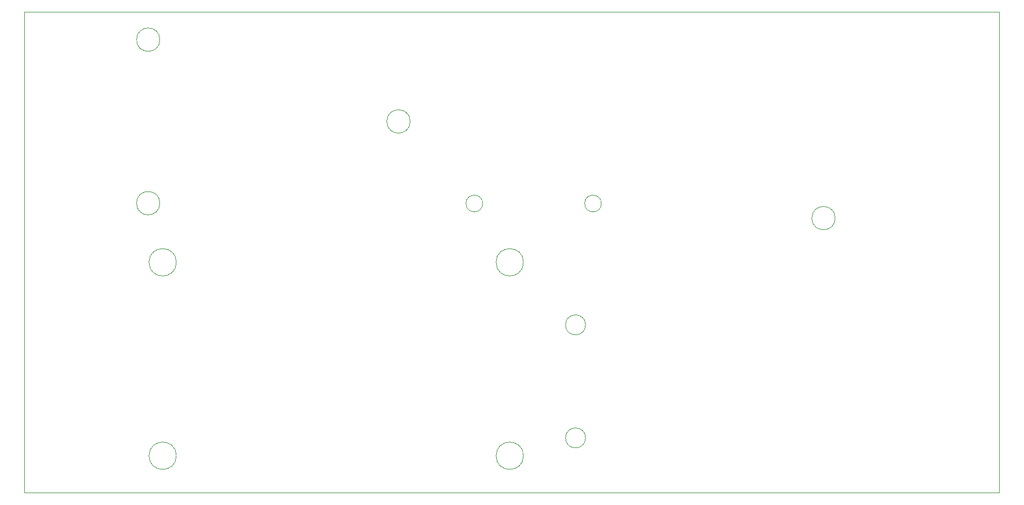
<source format=gm1>
G04 #@! TF.GenerationSoftware,KiCad,Pcbnew,8.0.3*
G04 #@! TF.CreationDate,2024-07-05T00:01:19-04:00*
G04 #@! TF.ProjectId,rrc_pcb2,7272635f-7063-4623-922e-6b696361645f,3*
G04 #@! TF.SameCoordinates,Original*
G04 #@! TF.FileFunction,Profile,NP*
%FSLAX46Y46*%
G04 Gerber Fmt 4.6, Leading zero omitted, Abs format (unit mm)*
G04 Created by KiCad (PCBNEW 8.0.3) date 2024-07-05 00:01:19*
%MOMM*%
%LPD*%
G01*
G04 APERTURE LIST*
G04 #@! TA.AperFunction,Profile*
%ADD10C,0.050000*%
G04 #@! TD*
G04 #@! TA.AperFunction,Profile*
%ADD11C,0.100000*%
G04 #@! TD*
G04 APERTURE END LIST*
D10*
X41910000Y-20656715D02*
X187960000Y-20656715D01*
X187960000Y-92710000D01*
X41910000Y-92710000D01*
X41910000Y-20656715D01*
D11*
X163356788Y-51536574D02*
G75*
G02*
X159856788Y-51536574I-1750000J0D01*
G01*
X159856788Y-51536574D02*
G75*
G02*
X163356788Y-51536574I1750000J0D01*
G01*
X64653648Y-58155674D02*
G75*
G02*
X60553648Y-58155674I-2050000J0D01*
G01*
X60553648Y-58155674D02*
G75*
G02*
X64653648Y-58155674I2050000J0D01*
G01*
X64653648Y-87155674D02*
G75*
G02*
X60553648Y-87155674I-2050000J0D01*
G01*
X60553648Y-87155674D02*
G75*
G02*
X64653648Y-87155674I2050000J0D01*
G01*
X116653648Y-58155674D02*
G75*
G02*
X112553648Y-58155674I-2050000J0D01*
G01*
X112553648Y-58155674D02*
G75*
G02*
X116653648Y-58155674I2050000J0D01*
G01*
X116653648Y-87155674D02*
G75*
G02*
X112553648Y-87155674I-2050000J0D01*
G01*
X112553648Y-87155674D02*
G75*
G02*
X116653648Y-87155674I2050000J0D01*
G01*
X110548834Y-49347837D02*
G75*
G02*
X108048834Y-49347837I-1250000J0D01*
G01*
X108048834Y-49347837D02*
G75*
G02*
X110548834Y-49347837I1250000J0D01*
G01*
X128328834Y-49347837D02*
G75*
G02*
X125828834Y-49347837I-1250000J0D01*
G01*
X125828834Y-49347837D02*
G75*
G02*
X128328834Y-49347837I1250000J0D01*
G01*
X62184541Y-24797147D02*
G75*
G02*
X58684541Y-24797147I-1750000J0D01*
G01*
X58684541Y-24797147D02*
G75*
G02*
X62184541Y-24797147I1750000J0D01*
G01*
X62184541Y-49297147D02*
G75*
G02*
X58684541Y-49297147I-1750000J0D01*
G01*
X58684541Y-49297147D02*
G75*
G02*
X62184541Y-49297147I1750000J0D01*
G01*
X99684541Y-37047147D02*
G75*
G02*
X96184541Y-37047147I-1750000J0D01*
G01*
X96184541Y-37047147D02*
G75*
G02*
X99684541Y-37047147I1750000J0D01*
G01*
X125960000Y-67540000D02*
G75*
G02*
X122960000Y-67540000I-1500000J0D01*
G01*
X122960000Y-67540000D02*
G75*
G02*
X125960000Y-67540000I1500000J0D01*
G01*
X125960000Y-84480000D02*
G75*
G02*
X122960000Y-84480000I-1500000J0D01*
G01*
X122960000Y-84480000D02*
G75*
G02*
X125960000Y-84480000I1500000J0D01*
G01*
M02*

</source>
